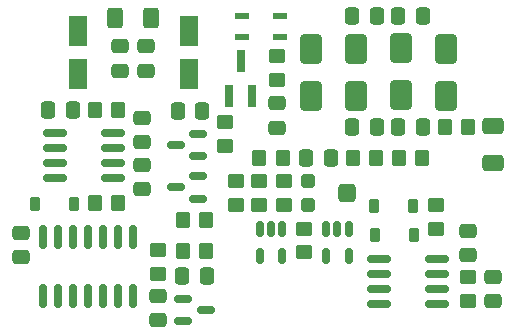
<source format=gtp>
%TF.GenerationSoftware,KiCad,Pcbnew,7.0.1*%
%TF.CreationDate,2023-05-08T19:32:18+02:00*%
%TF.ProjectId,geiger_counter,67656967-6572-45f6-936f-756e7465722e,rev?*%
%TF.SameCoordinates,Original*%
%TF.FileFunction,Paste,Top*%
%TF.FilePolarity,Positive*%
%FSLAX46Y46*%
G04 Gerber Fmt 4.6, Leading zero omitted, Abs format (unit mm)*
G04 Created by KiCad (PCBNEW 7.0.1) date 2023-05-08 19:32:18*
%MOMM*%
%LPD*%
G01*
G04 APERTURE LIST*
G04 Aperture macros list*
%AMRoundRect*
0 Rectangle with rounded corners*
0 $1 Rounding radius*
0 $2 $3 $4 $5 $6 $7 $8 $9 X,Y pos of 4 corners*
0 Add a 4 corners polygon primitive as box body*
4,1,4,$2,$3,$4,$5,$6,$7,$8,$9,$2,$3,0*
0 Add four circle primitives for the rounded corners*
1,1,$1+$1,$2,$3*
1,1,$1+$1,$4,$5*
1,1,$1+$1,$6,$7*
1,1,$1+$1,$8,$9*
0 Add four rect primitives between the rounded corners*
20,1,$1+$1,$2,$3,$4,$5,0*
20,1,$1+$1,$4,$5,$6,$7,0*
20,1,$1+$1,$6,$7,$8,$9,0*
20,1,$1+$1,$8,$9,$2,$3,0*%
G04 Aperture macros list end*
%ADD10RoundRect,0.250000X0.475000X-0.337500X0.475000X0.337500X-0.475000X0.337500X-0.475000X-0.337500X0*%
%ADD11RoundRect,0.250000X-0.450000X0.350000X-0.450000X-0.350000X0.450000X-0.350000X0.450000X0.350000X0*%
%ADD12RoundRect,0.250000X0.350000X0.450000X-0.350000X0.450000X-0.350000X-0.450000X0.350000X-0.450000X0*%
%ADD13RoundRect,0.150000X-0.150000X0.512500X-0.150000X-0.512500X0.150000X-0.512500X0.150000X0.512500X0*%
%ADD14RoundRect,0.250000X0.450000X-0.350000X0.450000X0.350000X-0.450000X0.350000X-0.450000X-0.350000X0*%
%ADD15RoundRect,0.250000X-0.475000X0.337500X-0.475000X-0.337500X0.475000X-0.337500X0.475000X0.337500X0*%
%ADD16RoundRect,0.150000X-0.825000X-0.150000X0.825000X-0.150000X0.825000X0.150000X-0.825000X0.150000X0*%
%ADD17RoundRect,0.250000X-0.337500X-0.475000X0.337500X-0.475000X0.337500X0.475000X-0.337500X0.475000X0*%
%ADD18RoundRect,0.150000X-0.587500X-0.150000X0.587500X-0.150000X0.587500X0.150000X-0.587500X0.150000X0*%
%ADD19RoundRect,0.225000X0.225000X0.375000X-0.225000X0.375000X-0.225000X-0.375000X0.225000X-0.375000X0*%
%ADD20RoundRect,0.250000X0.650000X-1.000000X0.650000X1.000000X-0.650000X1.000000X-0.650000X-1.000000X0*%
%ADD21RoundRect,0.250000X-0.350000X-0.450000X0.350000X-0.450000X0.350000X0.450000X-0.350000X0.450000X0*%
%ADD22RoundRect,0.300000X-0.300000X0.300000X-0.300000X-0.300000X0.300000X-0.300000X0.300000X0.300000X0*%
%ADD23RoundRect,0.375000X-0.375000X0.425000X-0.375000X-0.425000X0.375000X-0.425000X0.375000X0.425000X0*%
%ADD24RoundRect,0.250000X-0.400000X-0.625000X0.400000X-0.625000X0.400000X0.625000X-0.400000X0.625000X0*%
%ADD25RoundRect,0.225000X-0.225000X-0.375000X0.225000X-0.375000X0.225000X0.375000X-0.225000X0.375000X0*%
%ADD26RoundRect,0.150000X0.150000X-0.825000X0.150000X0.825000X-0.150000X0.825000X-0.150000X-0.825000X0*%
%ADD27RoundRect,0.150000X0.587500X0.150000X-0.587500X0.150000X-0.587500X-0.150000X0.587500X-0.150000X0*%
%ADD28RoundRect,0.250000X-0.650000X1.000000X-0.650000X-1.000000X0.650000X-1.000000X0.650000X1.000000X0*%
%ADD29RoundRect,0.137500X-0.487500X-0.137500X0.487500X-0.137500X0.487500X0.137500X-0.487500X0.137500X0*%
%ADD30RoundRect,0.250000X-0.650000X0.412500X-0.650000X-0.412500X0.650000X-0.412500X0.650000X0.412500X0*%
%ADD31RoundRect,0.250000X0.337500X0.475000X-0.337500X0.475000X-0.337500X-0.475000X0.337500X-0.475000X0*%
%ADD32RoundRect,0.250000X-0.550000X1.050000X-0.550000X-1.050000X0.550000X-1.050000X0.550000X1.050000X0*%
%ADD33R,0.800000X1.900000*%
G04 APERTURE END LIST*
D10*
%TO.C,C19*%
X158600000Y-40962500D03*
X158600000Y-43037500D03*
%TD*%
D11*
%TO.C,R1*%
X140900000Y-38800000D03*
X140900000Y-36800000D03*
%TD*%
D12*
%TO.C,R7*%
X148800000Y-34800000D03*
X150800000Y-34800000D03*
%TD*%
D13*
%TO.C,U2*%
X148450000Y-43137500D03*
X146550000Y-43137500D03*
X146550000Y-40862500D03*
X147500000Y-40862500D03*
X148450000Y-40862500D03*
%TD*%
D14*
%TO.C,R4*%
X144700000Y-40800000D03*
X144700000Y-42800000D03*
%TD*%
D15*
%TO.C,C12*%
X120700000Y-43237500D03*
X120700000Y-41162500D03*
%TD*%
%TO.C,C20*%
X130965000Y-37472500D03*
X130965000Y-35397500D03*
%TD*%
D16*
%TO.C,U5*%
X128540000Y-32730000D03*
X128540000Y-34000000D03*
X128540000Y-35270000D03*
X128540000Y-36540000D03*
X123590000Y-36540000D03*
X123590000Y-35270000D03*
X123590000Y-34000000D03*
X123590000Y-32730000D03*
%TD*%
D17*
%TO.C,C8*%
X154737500Y-22810000D03*
X152662500Y-22810000D03*
%TD*%
D18*
%TO.C,U4*%
X136337500Y-47700000D03*
X134462500Y-48650000D03*
X134462500Y-46750000D03*
%TD*%
D19*
%TO.C,D5*%
X150600000Y-38900000D03*
X153900000Y-38900000D03*
%TD*%
D20*
%TO.C,D2*%
X149100000Y-25555000D03*
X149100000Y-29555000D03*
%TD*%
D21*
%TO.C,R8*%
X136400000Y-40100000D03*
X134400000Y-40100000D03*
%TD*%
D14*
%TO.C,R16*%
X155850000Y-38800000D03*
X155850000Y-40800000D03*
%TD*%
D21*
%TO.C,R9*%
X158600000Y-32200000D03*
X156600000Y-32200000D03*
%TD*%
D22*
%TO.C,RV1*%
X145040139Y-38765139D03*
D23*
X148290139Y-37765139D03*
D22*
X145040139Y-36765139D03*
%TD*%
D24*
%TO.C,FB1*%
X131750000Y-23000000D03*
X128650000Y-23000000D03*
%TD*%
D15*
%TO.C,C2*%
X129100000Y-27437500D03*
X129100000Y-25362500D03*
%TD*%
D11*
%TO.C,R11*%
X132300000Y-44600000D03*
X132300000Y-42600000D03*
%TD*%
D25*
%TO.C,D7*%
X154000000Y-41300000D03*
X150700000Y-41300000D03*
%TD*%
D11*
%TO.C,R2*%
X143000000Y-38800000D03*
X143000000Y-36800000D03*
%TD*%
D26*
%TO.C,U3*%
X122590000Y-41525000D03*
X123860000Y-41525000D03*
X125130000Y-41525000D03*
X126400000Y-41525000D03*
X127670000Y-41525000D03*
X128940000Y-41525000D03*
X130210000Y-41525000D03*
X130210000Y-46475000D03*
X128940000Y-46475000D03*
X127670000Y-46475000D03*
X126400000Y-46475000D03*
X125130000Y-46475000D03*
X123860000Y-46475000D03*
X122590000Y-46475000D03*
%TD*%
D25*
%TO.C,D6*%
X125215000Y-38735000D03*
X121915000Y-38735000D03*
%TD*%
D21*
%TO.C,R12*%
X136400000Y-42700000D03*
X134400000Y-42700000D03*
%TD*%
D15*
%TO.C,C15*%
X132300000Y-48537500D03*
X132300000Y-46462500D03*
%TD*%
D27*
%TO.C,Q2*%
X133825000Y-33700000D03*
X135700000Y-32750000D03*
X135700000Y-34650000D03*
%TD*%
%TO.C,Q3*%
X133825000Y-37300000D03*
X135700000Y-36350000D03*
X135700000Y-38250000D03*
%TD*%
D28*
%TO.C,D1*%
X145300000Y-29600000D03*
X145300000Y-25600000D03*
%TD*%
D29*
%TO.C,T1*%
X142600000Y-24550000D03*
X142600000Y-22800000D03*
X139400000Y-22800000D03*
X139400000Y-24550000D03*
%TD*%
D16*
%TO.C,U6*%
X155975000Y-43395000D03*
X155975000Y-44665000D03*
X155975000Y-45935000D03*
X155975000Y-47205000D03*
X151025000Y-47205000D03*
X151025000Y-45935000D03*
X151025000Y-44665000D03*
X151025000Y-43395000D03*
%TD*%
D30*
%TO.C,C14*%
X160700000Y-35262500D03*
X160700000Y-32137500D03*
%TD*%
D17*
%TO.C,C7*%
X150837500Y-32200000D03*
X148762500Y-32200000D03*
%TD*%
%TO.C,C6*%
X150837500Y-22800000D03*
X148762500Y-22800000D03*
%TD*%
D31*
%TO.C,C17*%
X134362500Y-44800000D03*
X136437500Y-44800000D03*
%TD*%
D17*
%TO.C,C10*%
X154737500Y-32200000D03*
X152662500Y-32200000D03*
%TD*%
D20*
%TO.C,D4*%
X156700000Y-25555000D03*
X156700000Y-29555000D03*
%TD*%
D32*
%TO.C,C1*%
X125500000Y-27700000D03*
X125500000Y-24100000D03*
%TD*%
D15*
%TO.C,C5*%
X142400000Y-32237500D03*
X142400000Y-30162500D03*
%TD*%
D31*
%TO.C,C9*%
X144862500Y-34800000D03*
X146937500Y-34800000D03*
%TD*%
D11*
%TO.C,R3*%
X138900000Y-38800000D03*
X138900000Y-36800000D03*
%TD*%
D14*
%TO.C,R13*%
X158600000Y-44900000D03*
X158600000Y-46900000D03*
%TD*%
D21*
%TO.C,Rs1*%
X142900000Y-34800000D03*
X140900000Y-34800000D03*
%TD*%
D28*
%TO.C,D3*%
X152900000Y-29510000D03*
X152900000Y-25510000D03*
%TD*%
D14*
%TO.C,R10*%
X138000000Y-31800000D03*
X138000000Y-33800000D03*
%TD*%
D21*
%TO.C,R15*%
X128965000Y-38600000D03*
X126965000Y-38600000D03*
%TD*%
D32*
%TO.C,C3*%
X134900000Y-27700000D03*
X134900000Y-24100000D03*
%TD*%
D11*
%TO.C,R5*%
X142400000Y-28200000D03*
X142400000Y-26200000D03*
%TD*%
D10*
%TO.C,C18*%
X160700000Y-44862500D03*
X160700000Y-46937500D03*
%TD*%
D15*
%TO.C,C4*%
X131300000Y-27437500D03*
X131300000Y-25362500D03*
%TD*%
D31*
%TO.C,C16*%
X123027500Y-30735000D03*
X125102500Y-30735000D03*
%TD*%
%TO.C,C13*%
X133962500Y-30800000D03*
X136037500Y-30800000D03*
%TD*%
D12*
%TO.C,R6*%
X152700000Y-34800000D03*
X154700000Y-34800000D03*
%TD*%
D13*
%TO.C,U1*%
X142850000Y-43137500D03*
X140950000Y-43137500D03*
X140950000Y-40862500D03*
X141900000Y-40862500D03*
X142850000Y-40862500D03*
%TD*%
D33*
%TO.C,Q1*%
X139300000Y-26600000D03*
X140250000Y-29600000D03*
X138350000Y-29600000D03*
%TD*%
D10*
%TO.C,C11*%
X130965000Y-31397500D03*
X130965000Y-33472500D03*
%TD*%
D12*
%TO.C,R14*%
X126965000Y-30735000D03*
X128965000Y-30735000D03*
%TD*%
M02*

</source>
